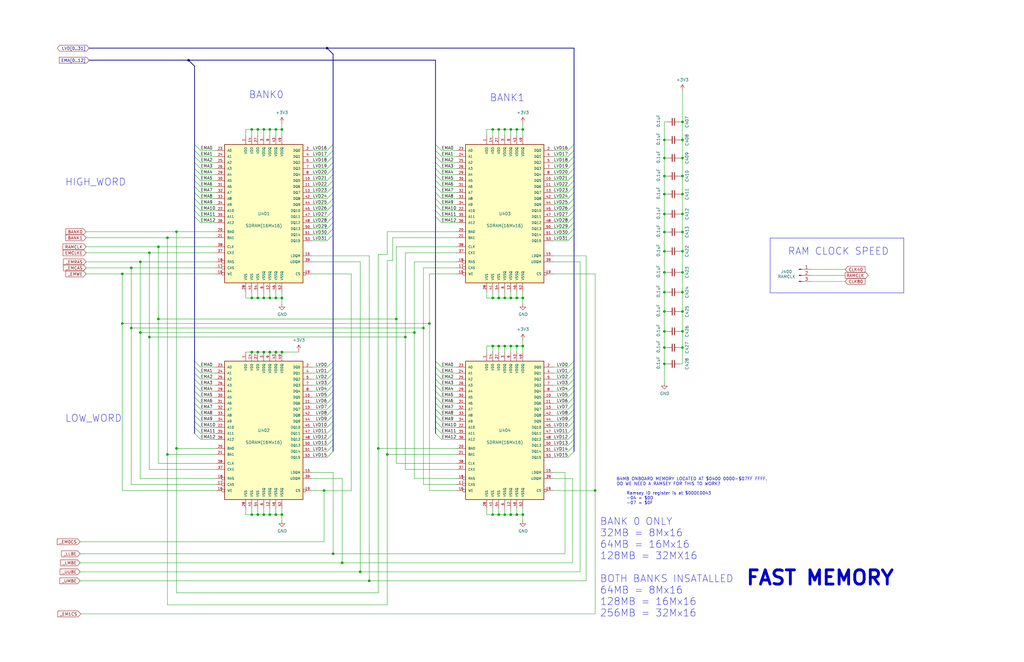
<source format=kicad_sch>
(kicad_sch (version 20231120) (generator "eeschema") (generator_version "8.0")
  (paper "B")
  (title_block (title "AMIGA PCI") (date "2024-04-28") (rev "3.0"))
  (junction (at 280.162 59.055))
  (junction (at 155.702 245.11))
  (junction (at 113.792 217.17))
  (junction (at 210.312 125.73))
  (junction (at 106.172 217.17))
  (junction (at 118.872 148.59))
  (junction (at 287.782 146.685))
  (junction (at 287.782 97.917))
  (junction (at 210.312 54.61))
  (junction (at 217.932 125.73))
  (junction (at 108.712 217.17))
  (junction (at 118.872 217.17))
  (junction (at 167.132 134.62))
  (junction (at 59.182 110.49))
  (junction (at 207.772 217.17))
  (junction (at 280.162 81.915))
  (junction (at 174.752 140.335))
  (junction (at 287.782 66.675))
  (junction (at 207.772 54.61))
  (junction (at 250.952 207.01))
  (junction (at 108.712 125.73))
  (junction (at 108.712 54.61))
  (junction (at 280.162 74.295))
  (junction (at 210.312 217.17))
  (junction (at 106.172 54.61))
  (junction (at 159.512 189.23))
  (junction (at 207.772 146.05))
  (junction (at 215.392 125.73))
  (junction (at 220.472 217.17))
  (junction (at 111.252 125.73))
  (junction (at 118.872 125.73))
  (junction (at 163.322 191.77))
  (junction (at 113.792 125.73))
  (junction (at 111.252 148.59))
  (junction (at 212.852 146.05))
  (junction (at 111.252 54.61))
  (junction (at 116.332 217.17))
  (junction (at 116.332 125.73))
  (junction (at 113.792 148.59))
  (junction (at 181.102 136.525))
  (junction (at 137.922 20.32))
  (junction (at 212.852 125.73))
  (junction (at 220.472 54.61))
  (junction (at 217.932 146.05))
  (junction (at 212.852 217.17))
  (junction (at 144.272 237.49))
  (junction (at 74.422 97.79))
  (junction (at 59.182 140.335))
  (junction (at 287.782 90.297))
  (junction (at 280.162 123.317))
  (junction (at 210.312 146.05))
  (junction (at 287.782 114.935))
  (junction (at 217.932 217.17))
  (junction (at 280.162 106.045))
  (junction (at 287.782 59.055))
  (junction (at 287.782 123.317))
  (junction (at 136.652 207.01))
  (junction (at 140.462 233.68))
  (junction (at 280.162 139.827))
  (junction (at 79.502 25.4))
  (junction (at 287.782 106.045))
  (junction (at 116.332 148.59))
  (junction (at 111.252 217.17))
  (junction (at 287.782 51.435))
  (junction (at 70.612 191.77))
  (junction (at 170.942 142.24))
  (junction (at 113.792 54.61))
  (junction (at 287.782 81.915))
  (junction (at 70.612 100.33))
  (junction (at 280.162 153.543))
  (junction (at 280.162 146.685))
  (junction (at 178.562 138.43))
  (junction (at 280.162 131.445))
  (junction (at 51.562 115.57))
  (junction (at 55.372 113.03))
  (junction (at 151.892 241.3))
  (junction (at 280.162 114.935))
  (junction (at 280.162 90.297))
  (junction (at 220.472 146.05))
  (junction (at 74.422 189.23))
  (junction (at 217.932 54.61))
  (junction (at 62.992 106.68))
  (junction (at 215.392 217.17))
  (junction (at 212.852 54.61))
  (junction (at 51.562 136.525))
  (junction (at 116.332 54.61))
  (junction (at 108.712 148.59))
  (junction (at 287.782 139.827))
  (junction (at 287.782 131.445))
  (junction (at 66.802 134.62))
  (junction (at 118.872 54.61))
  (junction (at 215.392 54.61))
  (junction (at 215.392 146.05))
  (junction (at 106.172 125.73))
  (junction (at 207.772 125.73))
  (junction (at 280.162 66.675))
  (junction (at 55.372 138.43))
  (junction (at 287.782 74.295))
  (junction (at 62.992 142.24))
  (junction (at 280.162 97.917))
  (junction (at 106.172 148.59))
  (junction (at 220.472 125.73))
  (junction (at 66.802 104.14))
  (bus_entry (at 137.922 99.06) (size 2.54 -2.54))
  (bus_entry (at 84.582 175.26) (size -2.54 -2.54))
  (bus_entry (at 186.182 83.82) (size -2.54 -2.54))
  (bus_entry (at 239.522 101.6) (size 2.54 -2.54))
  (bus_entry (at 84.582 160.02) (size -2.54 -2.54))
  (bus_entry (at 84.582 180.34) (size -2.54 -2.54))
  (bus_entry (at 186.182 162.56) (size -2.54 -2.54))
  (bus_entry (at 239.522 190.5) (size 2.54 -2.54))
  (bus_entry (at 137.922 96.52) (size 2.54 -2.54))
  (bus_entry (at 84.582 88.9) (size -2.54 -2.54))
  (bus_entry (at 239.522 185.42) (size 2.54 -2.54))
  (bus_entry (at 186.182 170.18) (size -2.54 -2.54))
  (bus_entry (at 186.182 185.42) (size -2.54 -2.54))
  (bus_entry (at 84.582 185.42) (size -2.54 -2.54))
  (bus_entry (at 137.922 162.56) (size 2.54 -2.54))
  (bus_entry (at 186.182 81.28) (size -2.54 -2.54))
  (bus_entry (at 137.922 193.04) (size 2.54 -2.54))
  (bus_entry (at 84.582 154.94) (size -2.54 -2.54))
  (bus_entry (at 137.922 88.9) (size 2.54 -2.54))
  (bus_entry (at 137.922 66.04) (size 2.54 -2.54))
  (bus_entry (at 84.582 91.44) (size -2.54 -2.54))
  (bus_entry (at 186.182 88.9) (size -2.54 -2.54))
  (bus_entry (at 239.522 66.04) (size 2.54 -2.54))
  (bus_entry (at 137.922 63.5) (size 2.54 -2.54))
  (bus_entry (at 84.582 157.48) (size -2.54 -2.54))
  (bus_entry (at 186.182 78.74) (size -2.54 -2.54))
  (bus_entry (at 239.522 177.8) (size 2.54 -2.54))
  (bus_entry (at 186.182 167.64) (size -2.54 -2.54))
  (bus_entry (at 137.922 165.1) (size 2.54 -2.54))
  (bus_entry (at 186.182 86.36) (size -2.54 -2.54))
  (bus_entry (at 186.182 165.1) (size -2.54 -2.54))
  (bus_entry (at 137.922 71.12) (size 2.54 -2.54))
  (bus_entry (at 239.522 93.98) (size 2.54 -2.54))
  (bus_entry (at 137.922 185.42) (size 2.54 -2.54))
  (bus_entry (at 186.182 157.48) (size -2.54 -2.54))
  (bus_entry (at 84.582 177.8) (size -2.54 -2.54))
  (bus_entry (at 239.522 187.96) (size 2.54 -2.54))
  (bus_entry (at 137.922 76.2) (size 2.54 -2.54))
  (bus_entry (at 84.582 76.2) (size -2.54 -2.54))
  (bus_entry (at 137.922 167.64) (size 2.54 -2.54))
  (bus_entry (at 137.922 83.82) (size 2.54 -2.54))
  (bus_entry (at 186.182 71.12) (size -2.54 -2.54))
  (bus_entry (at 239.522 81.28) (size 2.54 -2.54))
  (bus_entry (at 186.182 172.72) (size -2.54 -2.54))
  (bus_entry (at 239.522 68.58) (size 2.54 -2.54))
  (bus_entry (at 239.522 160.02) (size 2.54 -2.54))
  (bus_entry (at 186.182 66.04) (size -2.54 -2.54))
  (bus_entry (at 239.522 99.06) (size 2.54 -2.54))
  (bus_entry (at 84.582 165.1) (size -2.54 -2.54))
  (bus_entry (at 84.582 172.72) (size -2.54 -2.54))
  (bus_entry (at 84.582 93.98) (size -2.54 -2.54))
  (bus_entry (at 186.182 76.2) (size -2.54 -2.54))
  (bus_entry (at 137.922 187.96) (size 2.54 -2.54))
  (bus_entry (at 137.922 93.98) (size 2.54 -2.54))
  (bus_entry (at 84.582 73.66) (size -2.54 -2.54))
  (bus_entry (at 239.522 157.48) (size 2.54 -2.54))
  (bus_entry (at 239.522 167.64) (size 2.54 -2.54))
  (bus_entry (at 186.182 63.5) (size -2.54 -2.54))
  (bus_entry (at 137.922 160.02) (size 2.54 -2.54))
  (bus_entry (at 186.182 175.26) (size -2.54 -2.54))
  (bus_entry (at 137.922 91.44) (size 2.54 -2.54))
  (bus_entry (at 239.522 76.2) (size 2.54 -2.54))
  (bus_entry (at 186.182 93.98) (size -2.54 -2.54))
  (bus_entry (at 239.522 175.26) (size 2.54 -2.54))
  (bus_entry (at 84.582 162.56) (size -2.54 -2.54))
  (bus_entry (at 239.522 96.52) (size 2.54 -2.54))
  (bus_entry (at 239.522 182.88) (size 2.54 -2.54))
  (bus_entry (at 137.922 172.72) (size 2.54 -2.54))
  (bus_entry (at 186.182 73.66) (size -2.54 -2.54))
  (bus_entry (at 239.522 63.5) (size 2.54 -2.54))
  (bus_entry (at 137.922 73.66) (size 2.54 -2.54))
  (bus_entry (at 84.582 81.28) (size -2.54 -2.54))
  (bus_entry (at 84.582 170.18) (size -2.54 -2.54))
  (bus_entry (at 186.182 68.58) (size -2.54 -2.54))
  (bus_entry (at 137.922 81.28) (size 2.54 -2.54))
  (bus_entry (at 239.522 83.82) (size 2.54 -2.54))
  (bus_entry (at 239.522 154.94) (size 2.54 -2.54))
  (bus_entry (at 239.522 88.9) (size 2.54 -2.54))
  (bus_entry (at 137.922 170.18) (size 2.54 -2.54))
  (bus_entry (at 137.922 154.94) (size 2.54 -2.54))
  (bus_entry (at 239.522 73.66) (size 2.54 -2.54))
  (bus_entry (at 186.182 177.8) (size -2.54 -2.54))
  (bus_entry (at 84.582 63.5) (size -2.54 -2.54))
  (bus_entry (at 239.522 71.12) (size 2.54 -2.54))
  (bus_entry (at 239.522 180.34) (size 2.54 -2.54))
  (bus_entry (at 84.582 71.12) (size -2.54 -2.54))
  (bus_entry (at 137.922 86.36) (size 2.54 -2.54))
  (bus_entry (at 186.182 154.94) (size -2.54 -2.54))
  (bus_entry (at 186.182 182.88) (size -2.54 -2.54))
  (bus_entry (at 84.582 78.74) (size -2.54 -2.54))
  (bus_entry (at 186.182 160.02) (size -2.54 -2.54))
  (bus_entry (at 137.922 180.34) (size 2.54 -2.54))
  (bus_entry (at 137.922 157.48) (size 2.54 -2.54))
  (bus_entry (at 239.522 172.72) (size 2.54 -2.54))
  (bus_entry (at 84.582 86.36) (size -2.54 -2.54))
  (bus_entry (at 186.182 180.34) (size -2.54 -2.54))
  (bus_entry (at 84.582 66.04) (size -2.54 -2.54))
  (bus_entry (at 137.922 78.74) (size 2.54 -2.54))
  (bus_entry (at 84.582 167.64) (size -2.54 -2.54))
  (bus_entry (at 239.522 86.36) (size 2.54 -2.54))
  (bus_entry (at 239.522 165.1) (size 2.54 -2.54))
  (bus_entry (at 137.922 68.58) (size 2.54 -2.54))
  (bus_entry (at 239.522 170.18) (size 2.54 -2.54))
  (bus_entry (at 239.522 193.04) (size 2.54 -2.54))
  (bus_entry (at 137.922 101.6) (size 2.54 -2.54))
  (bus_entry (at 239.522 162.56) (size 2.54 -2.54))
  (bus_entry (at 186.182 91.44) (size -2.54 -2.54))
  (bus_entry (at 239.522 78.74) (size 2.54 -2.54))
  (bus_entry (at 84.582 83.82) (size -2.54 -2.54))
  (bus_entry (at 137.922 175.26) (size 2.54 -2.54))
  (bus_entry (at 137.922 177.8) (size 2.54 -2.54))
  (bus_entry (at 137.922 182.88) (size 2.54 -2.54))
  (bus_entry (at 84.582 68.58) (size -2.54 -2.54))
  (bus_entry (at 84.582 182.88) (size -2.54 -2.54))
  (bus_entry (at 137.922 190.5) (size 2.54 -2.54))
  (bus_entry (at 239.522 91.44) (size 2.54 -2.54))
  (wire (pts (xy 131.572 157.48) (xy 137.922 157.48)))
  (wire (pts (xy 192.532 157.48) (xy 186.182 157.48)))
  (wire (pts (xy 118.872 125.73) (xy 118.872 123.19)))
  (bus (pts (xy 242.062 99.06) (xy 242.062 152.4)))
  (wire (pts (xy 140.462 233.68) (xy 33.782 233.68)))
  (wire (pts (xy 280.162 90.297) (xy 281.432 90.297)))
  (bus (pts (xy 183.642 25.4) (xy 183.642 60.96)))
  (wire (pts (xy 111.252 148.59) (xy 113.792 148.59)))
  (wire (pts (xy 106.172 125.73) (xy 108.712 125.73)))
  (wire (pts (xy 131.572 207.01) (xy 136.652 207.01)))
  (bus (pts (xy 140.462 187.96) (xy 140.462 190.5)))
  (wire (pts (xy 111.252 123.19) (xy 111.252 125.73)))
  (bus (pts (xy 242.062 78.74) (xy 242.062 81.28)))
  (wire (pts (xy 55.372 113.03) (xy 90.932 113.03)))
  (bus (pts (xy 140.462 157.48) (xy 140.462 160.02)))
  (wire (pts (xy 106.172 57.15) (xy 106.172 54.61)))
  (wire (pts (xy 212.852 125.73) (xy 215.392 125.73)))
  (bus (pts (xy 183.642 88.9) (xy 183.642 91.44)))
  (wire (pts (xy 90.932 162.56) (xy 84.582 162.56)))
  (wire (pts (xy 287.782 146.685) (xy 287.782 153.543)))
  (wire (pts (xy 280.162 59.055) (xy 281.432 59.055)))
  (wire (pts (xy 233.172 182.88) (xy 239.522 182.88)))
  (wire (pts (xy 233.172 157.48) (xy 239.522 157.48)))
  (wire (pts (xy 220.472 57.15) (xy 220.472 54.61)))
  (bus (pts (xy 140.462 22.86) (xy 140.462 60.96)))
  (wire (pts (xy 215.392 54.61) (xy 217.932 54.61)))
  (wire (pts (xy 131.572 201.93) (xy 144.272 201.93)))
  (wire (pts (xy 108.712 217.17) (xy 111.252 217.17)))
  (bus (pts (xy 183.642 71.12) (xy 183.642 73.66)))
  (bus (pts (xy 183.642 165.1) (xy 183.642 167.64)))
  (wire (pts (xy 155.702 107.95) (xy 155.702 245.11)))
  (wire (pts (xy 167.132 134.62) (xy 167.132 195.58)))
  (bus (pts (xy 140.462 93.98) (xy 140.462 96.52)))
  (wire (pts (xy 280.162 81.915) (xy 281.432 81.915)))
  (wire (pts (xy 280.162 81.915) (xy 280.162 90.297)))
  (wire (pts (xy 90.932 68.58) (xy 84.582 68.58)))
  (wire (pts (xy 108.712 148.59) (xy 111.252 148.59)))
  (wire (pts (xy 90.932 66.04) (xy 84.582 66.04)))
  (wire (pts (xy 163.322 107.442) (xy 159.512 107.442)))
  (wire (pts (xy 233.172 154.94) (xy 239.522 154.94)))
  (bus (pts (xy 242.062 185.42) (xy 242.062 187.96)))
  (wire (pts (xy 207.772 217.17) (xy 210.312 217.17)))
  (wire (pts (xy 170.942 106.68) (xy 170.942 142.24)))
  (wire (pts (xy 210.312 123.19) (xy 210.312 125.73)))
  (wire (pts (xy 131.572 172.72) (xy 137.922 172.72)))
  (wire (pts (xy 217.932 57.15) (xy 217.932 54.61)))
  (wire (pts (xy 207.772 123.19) (xy 207.772 125.73)))
  (bus (pts (xy 140.462 154.94) (xy 140.462 157.48)))
  (bus (pts (xy 242.062 180.34) (xy 242.062 182.88)))
  (wire (pts (xy 280.162 114.935) (xy 280.162 123.317)))
  (wire (pts (xy 59.182 140.335) (xy 174.752 140.335)))
  (wire (pts (xy 163.322 191.77) (xy 163.322 255.27)))
  (wire (pts (xy 192.532 73.66) (xy 186.182 73.66)))
  (wire (pts (xy 287.782 114.935) (xy 287.782 123.317)))
  (wire (pts (xy 233.172 96.52) (xy 239.522 96.52)))
  (wire (pts (xy 233.172 193.04) (xy 239.522 193.04)))
  (wire (pts (xy 286.512 123.317) (xy 287.782 123.317)))
  (wire (pts (xy 286.512 114.935) (xy 287.782 114.935)))
  (bus (pts (xy 183.642 170.18) (xy 183.642 172.72)))
  (wire (pts (xy 167.132 195.58) (xy 192.532 195.58)))
  (bus (pts (xy 242.062 177.8) (xy 242.062 180.34)))
  (bus (pts (xy 82.042 165.1) (xy 82.042 167.64)))
  (wire (pts (xy 66.802 195.58) (xy 66.802 134.62)))
  (bus (pts (xy 242.062 157.48) (xy 242.062 160.02)))
  (wire (pts (xy 51.562 115.57) (xy 36.322 115.57)))
  (wire (pts (xy 118.872 57.15) (xy 118.872 54.61)))
  (wire (pts (xy 287.782 51.435) (xy 287.782 59.055)))
  (wire (pts (xy 192.532 170.18) (xy 186.182 170.18)))
  (wire (pts (xy 286.512 131.445) (xy 287.782 131.445)))
  (wire (pts (xy 59.182 201.93) (xy 59.182 140.335)))
  (wire (pts (xy 131.572 107.95) (xy 155.702 107.95)))
  (wire (pts (xy 192.532 162.56) (xy 186.182 162.56)))
  (wire (pts (xy 90.932 63.5) (xy 84.582 63.5)))
  (wire (pts (xy 192.532 93.98) (xy 186.182 93.98)))
  (wire (pts (xy 205.232 123.19) (xy 205.232 125.73)))
  (bus (pts (xy 82.042 88.9) (xy 82.042 91.44)))
  (bus (pts (xy 183.642 180.34) (xy 183.642 182.88)))
  (wire (pts (xy 286.512 139.827) (xy 287.782 139.827)))
  (wire (pts (xy 233.172 185.42) (xy 239.522 185.42)))
  (wire (pts (xy 113.792 148.59) (xy 116.332 148.59)))
  (wire (pts (xy 215.392 123.19) (xy 215.392 125.73)))
  (wire (pts (xy 286.512 97.917) (xy 287.782 97.917)))
  (wire (pts (xy 192.532 204.47) (xy 178.562 204.47)))
  (wire (pts (xy 181.102 136.525) (xy 51.562 136.525)))
  (wire (pts (xy 131.572 99.06) (xy 137.922 99.06)))
  (wire (pts (xy 125.984 148.59) (xy 125.984 148.082)))
  (wire (pts (xy 217.932 54.61) (xy 220.472 54.61)))
  (wire (pts (xy 215.392 217.17) (xy 217.932 217.17)))
  (bus (pts (xy 242.062 20.32) (xy 242.062 60.96)))
  (wire (pts (xy 233.172 81.28) (xy 239.522 81.28)))
  (wire (pts (xy 342.011 118.745) (xy 356.362 118.745)))
  (bus (pts (xy 140.462 167.64) (xy 140.462 170.18)))
  (wire (pts (xy 280.162 97.917) (xy 281.432 97.917)))
  (wire (pts (xy 233.172 91.44) (xy 239.522 91.44)))
  (bus (pts (xy 242.062 182.88) (xy 242.062 185.42)))
  (bus (pts (xy 140.462 22.86) (xy 137.922 20.32)))
  (wire (pts (xy 90.932 91.44) (xy 84.582 91.44)))
  (wire (pts (xy 131.572 182.88) (xy 137.922 182.88)))
  (bus (pts (xy 183.642 167.64) (xy 183.642 170.18)))
  (wire (pts (xy 151.892 241.3) (xy 33.782 241.3)))
  (bus (pts (xy 183.642 63.5) (xy 183.642 66.04)))
  (wire (pts (xy 210.312 57.15) (xy 210.312 54.61)))
  (wire (pts (xy 280.162 114.935) (xy 281.432 114.935)))
  (wire (pts (xy 90.932 73.66) (xy 84.582 73.66)))
  (bus (pts (xy 140.462 162.56) (xy 140.462 165.1)))
  (bus (pts (xy 82.042 167.64) (xy 82.042 170.18)))
  (wire (pts (xy 131.572 66.04) (xy 137.922 66.04)))
  (wire (pts (xy 103.632 125.73) (xy 106.172 125.73)))
  (wire (pts (xy 62.992 142.24) (xy 170.942 142.24)))
  (wire (pts (xy 106.172 148.59) (xy 108.712 148.59)))
  (wire (pts (xy 118.872 148.59) (xy 125.984 148.59)))
  (wire (pts (xy 178.562 113.03) (xy 178.562 138.43)))
  (wire (pts (xy 212.852 146.05) (xy 215.392 146.05)))
  (bus (pts (xy 82.042 177.8) (xy 82.042 180.34)))
  (wire (pts (xy 131.572 78.74) (xy 137.922 78.74)))
  (bus (pts (xy 140.462 88.9) (xy 140.462 91.44)))
  (bus (pts (xy 140.462 73.66) (xy 140.462 76.2)))
  (wire (pts (xy 220.472 217.17) (xy 220.472 219.71)))
  (wire (pts (xy 280.162 123.317) (xy 280.162 131.445)))
  (wire (pts (xy 106.172 54.61) (xy 108.712 54.61)))
  (wire (pts (xy 192.532 201.93) (xy 174.752 201.93)))
  (wire (pts (xy 116.332 57.15) (xy 116.332 54.61)))
  (wire (pts (xy 280.162 74.295) (xy 280.162 81.915)))
  (wire (pts (xy 90.932 182.88) (xy 84.582 182.88)))
  (wire (pts (xy 233.172 76.2) (xy 239.522 76.2)))
  (wire (pts (xy 233.172 99.06) (xy 239.522 99.06)))
  (bus (pts (xy 242.062 160.02) (xy 242.062 162.56)))
  (wire (pts (xy 131.572 81.28) (xy 137.922 81.28)))
  (bus (pts (xy 242.062 170.18) (xy 242.062 172.72)))
  (wire (pts (xy 90.932 172.72) (xy 84.582 172.72)))
  (bus (pts (xy 140.462 180.34) (xy 140.462 182.88)))
  (wire (pts (xy 108.712 123.19) (xy 108.712 125.73)))
  (wire (pts (xy 205.232 146.05) (xy 207.772 146.05)))
  (wire (pts (xy 287.782 139.827) (xy 287.782 146.685)))
  (wire (pts (xy 51.562 136.525) (xy 51.562 207.01)))
  (bus (pts (xy 140.462 78.74) (xy 140.462 81.28)))
  (wire (pts (xy 103.632 214.63) (xy 103.632 217.17)))
  (wire (pts (xy 210.312 54.61) (xy 212.852 54.61)))
  (wire (pts (xy 192.532 165.1) (xy 186.182 165.1)))
  (wire (pts (xy 163.322 97.79) (xy 163.322 107.442)))
  (wire (pts (xy 167.132 104.14) (xy 167.132 134.62)))
  (wire (pts (xy 286.512 106.045) (xy 287.782 106.045)))
  (wire (pts (xy 220.472 148.59) (xy 220.472 146.05)))
  (bus (pts (xy 82.042 172.72) (xy 82.042 175.26)))
  (bus (pts (xy 82.042 66.04) (xy 82.042 68.58)))
  (wire (pts (xy 192.532 191.77) (xy 163.322 191.77)))
  (wire (pts (xy 90.932 100.33) (xy 70.612 100.33)))
  (wire (pts (xy 215.392 125.73) (xy 217.932 125.73)))
  (wire (pts (xy 192.532 104.14) (xy 167.132 104.14)))
  (wire (pts (xy 192.532 189.23) (xy 159.512 189.23)))
  (wire (pts (xy 233.172 63.5) (xy 239.522 63.5)))
  (wire (pts (xy 210.312 217.17) (xy 212.852 217.17)))
  (bus (pts (xy 140.462 86.36) (xy 140.462 88.9)))
  (wire (pts (xy 131.572 83.82) (xy 137.922 83.82)))
  (wire (pts (xy 111.252 57.15) (xy 111.252 54.61)))
  (wire (pts (xy 90.932 88.9) (xy 84.582 88.9)))
  (wire (pts (xy 131.572 185.42) (xy 137.922 185.42)))
  (wire (pts (xy 90.932 93.98) (xy 84.582 93.98)))
  (bus (pts (xy 82.042 81.28) (xy 82.042 83.82)))
  (wire (pts (xy 90.932 198.12) (xy 62.992 198.12)))
  (wire (pts (xy 70.612 191.77) (xy 70.612 100.33)))
  (wire (pts (xy 233.172 177.8) (xy 239.522 177.8)))
  (bus (pts (xy 82.042 68.58) (xy 82.042 71.12)))
  (wire (pts (xy 233.172 83.82) (xy 239.522 83.82)))
  (bus (pts (xy 242.062 93.98) (xy 242.062 96.52)))
  (bus (pts (xy 183.642 73.66) (xy 183.642 76.2)))
  (bus (pts (xy 140.462 170.18) (xy 140.462 172.72)))
  (wire (pts (xy 131.572 180.34) (xy 137.922 180.34)))
  (wire (pts (xy 280.162 74.295) (xy 281.432 74.295)))
  (wire (pts (xy 74.422 189.23) (xy 74.422 250.19)))
  (wire (pts (xy 212.852 217.17) (xy 215.392 217.17)))
  (wire (pts (xy 192.532 71.12) (xy 186.182 71.12)))
  (wire (pts (xy 286.512 74.295) (xy 287.782 74.295)))
  (wire (pts (xy 233.172 110.49) (xy 244.602 110.49)))
  (wire (pts (xy 207.772 54.61) (xy 210.312 54.61)))
  (wire (pts (xy 207.772 148.59) (xy 207.772 146.05)))
  (wire (pts (xy 215.392 214.63) (xy 215.392 217.17)))
  (wire (pts (xy 90.932 207.01) (xy 51.562 207.01)))
  (bus (pts (xy 82.042 154.94) (xy 82.042 157.48)))
  (wire (pts (xy 90.932 86.36) (xy 84.582 86.36)))
  (wire (pts (xy 116.332 54.61) (xy 118.872 54.61)))
  (wire (pts (xy 192.532 167.64) (xy 186.182 167.64)))
  (bus (pts (xy 82.042 27.94) (xy 79.502 25.4)))
  (wire (pts (xy 280.162 106.045) (xy 281.432 106.045)))
  (wire (pts (xy 113.792 214.63) (xy 113.792 217.17)))
  (wire (pts (xy 90.932 71.12) (xy 84.582 71.12)))
  (wire (pts (xy 233.172 162.56) (xy 239.522 162.56)))
  (wire (pts (xy 280.162 153.543) (xy 281.432 153.543)))
  (wire (pts (xy 233.172 78.74) (xy 239.522 78.74)))
  (wire (pts (xy 233.172 175.26) (xy 239.522 175.26)))
  (wire (pts (xy 192.532 68.58) (xy 186.182 68.58)))
  (wire (pts (xy 280.162 123.317) (xy 281.432 123.317)))
  (wire (pts (xy 212.852 54.61) (xy 215.392 54.61)))
  (wire (pts (xy 286.512 59.055) (xy 287.782 59.055)))
  (wire (pts (xy 181.102 136.525) (xy 181.102 207.01)))
  (wire (pts (xy 131.572 154.94) (xy 137.922 154.94)))
  (wire (pts (xy 51.562 115.57) (xy 51.562 136.525)))
  (wire (pts (xy 59.182 110.49) (xy 36.322 110.49)))
  (wire (pts (xy 106.172 217.17) (xy 108.712 217.17)))
  (bus (pts (xy 183.642 83.82) (xy 183.642 86.36)))
  (wire (pts (xy 241.427 237.49) (xy 241.427 201.93)))
  (wire (pts (xy 286.512 153.543) (xy 287.782 153.543)))
  (wire (pts (xy 131.572 73.66) (xy 137.922 73.66)))
  (wire (pts (xy 103.632 54.61) (xy 106.172 54.61)))
  (wire (pts (xy 111.252 214.63) (xy 111.252 217.17)))
  (bus (pts (xy 183.642 162.56) (xy 183.642 165.1)))
  (wire (pts (xy 36.322 113.03) (xy 55.372 113.03)))
  (wire (pts (xy 131.572 110.49) (xy 151.892 110.49)))
  (wire (pts (xy 233.172 167.64) (xy 239.522 167.64)))
  (wire (pts (xy 90.932 83.82) (xy 84.582 83.82)))
  (wire (pts (xy 90.932 160.02) (xy 84.582 160.02)))
  (bus (pts (xy 242.062 175.26) (xy 242.062 177.8)))
  (wire (pts (xy 108.712 214.63) (xy 108.712 217.17)))
  (wire (pts (xy 136.652 207.01) (xy 148.082 207.01)))
  (wire (pts (xy 280.162 153.543) (xy 280.162 146.685)))
  (wire (pts (xy 131.572 68.58) (xy 137.922 68.58)))
  (bus (pts (xy 140.462 66.04) (xy 140.462 68.58)))
  (wire (pts (xy 238.252 199.39) (xy 238.252 233.68)))
  (wire (pts (xy 217.932 148.59) (xy 217.932 146.05)))
  (bus (pts (xy 242.062 76.2) (xy 242.062 78.74)))
  (wire (pts (xy 131.572 170.18) (xy 137.922 170.18)))
  (wire (pts (xy 192.532 81.28) (xy 186.182 81.28)))
  (wire (pts (xy 192.532 76.2) (xy 186.182 76.2)))
  (wire (pts (xy 70.612 100.33) (xy 36.322 100.33)))
  (wire (pts (xy 90.932 170.18) (xy 84.582 170.18)))
  (wire (pts (xy 280.162 90.297) (xy 280.162 97.917)))
  (wire (pts (xy 287.782 106.045) (xy 287.782 114.935)))
  (bus (pts (xy 183.642 160.02) (xy 183.642 162.56)))
  (wire (pts (xy 90.932 195.58) (xy 66.802 195.58)))
  (bus (pts (xy 82.042 78.74) (xy 82.042 81.28)))
  (wire (pts (xy 192.532 180.34) (xy 186.182 180.34)))
  (wire (pts (xy 192.532 154.94) (xy 186.182 154.94)))
  (wire (pts (xy 113.792 217.17) (xy 116.332 217.17)))
  (wire (pts (xy 192.532 177.8) (xy 186.182 177.8)))
  (wire (pts (xy 192.532 172.72) (xy 186.182 172.72)))
  (bus (pts (xy 140.462 172.72) (xy 140.462 175.26)))
  (wire (pts (xy 210.312 148.59) (xy 210.312 146.05)))
  (bus (pts (xy 82.042 71.12) (xy 82.042 73.66)))
  (wire (pts (xy 233.172 66.04) (xy 239.522 66.04)))
  (wire (pts (xy 90.932 180.34) (xy 84.582 180.34)))
  (wire (pts (xy 212.852 123.19) (xy 212.852 125.73)))
  (bus (pts (xy 242.062 86.36) (xy 242.062 88.9)))
  (wire (pts (xy 131.572 190.5) (xy 137.922 190.5)))
  (wire (pts (xy 217.932 125.73) (xy 220.472 125.73)))
  (wire (pts (xy 217.932 123.19) (xy 217.932 125.73)))
  (wire (pts (xy 90.932 76.2) (xy 84.582 76.2)))
  (bus (pts (xy 242.062 71.12) (xy 242.062 73.66)))
  (wire (pts (xy 111.252 54.61) (xy 113.792 54.61)))
  (wire (pts (xy 192.532 63.5) (xy 186.182 63.5)))
  (bus (pts (xy 137.922 20.32) (xy 242.062 20.32)))
  (bus (pts (xy 82.042 170.18) (xy 82.042 172.72)))
  (wire (pts (xy 205.232 57.15) (xy 205.232 54.61)))
  (wire (pts (xy 55.372 204.47) (xy 55.372 138.43)))
  (bus (pts (xy 140.462 81.28) (xy 140.462 83.82)))
  (wire (pts (xy 131.572 71.12) (xy 137.922 71.12)))
  (wire (pts (xy 210.312 214.63) (xy 210.312 217.17)))
  (wire (pts (xy 181.102 115.57) (xy 181.102 136.525)))
  (wire (pts (xy 192.532 175.26) (xy 186.182 175.26)))
  (wire (pts (xy 131.572 91.44) (xy 137.922 91.44)))
  (wire (pts (xy 280.162 139.827) (xy 281.432 139.827)))
  (wire (pts (xy 207.772 146.05) (xy 210.312 146.05)))
  (bus (pts (xy 183.642 66.04) (xy 183.642 68.58)))
  (wire (pts (xy 280.162 51.435) (xy 281.432 51.435)))
  (wire (pts (xy 215.392 57.15) (xy 215.392 54.61)))
  (wire (pts (xy 178.562 138.43) (xy 178.562 204.47)))
  (wire (pts (xy 90.932 97.79) (xy 74.422 97.79)))
  (wire (pts (xy 342.011 116.205) (xy 356.362 116.205)))
  (wire (pts (xy 233.172 190.5) (xy 239.522 190.5)))
  (wire (pts (xy 287.782 66.675) (xy 287.782 74.295)))
  (wire (pts (xy 131.572 93.98) (xy 137.922 93.98)))
  (wire (pts (xy 210.312 125.73) (xy 212.852 125.73)))
  (wire (pts (xy 280.162 66.675) (xy 280.162 74.295)))
  (wire (pts (xy 90.932 167.64) (xy 84.582 167.64)))
  (bus (pts (xy 140.462 91.44) (xy 140.462 93.98)))
  (wire (pts (xy 113.792 125.73) (xy 116.332 125.73)))
  (bus (pts (xy 242.062 96.52) (xy 242.062 99.06)))
  (wire (pts (xy 247.142 245.11) (xy 247.142 107.95)))
  (wire (pts (xy 70.612 191.77) (xy 70.612 255.27)))
  (wire (pts (xy 233.172 201.93) (xy 241.427 201.93)))
  (bus (pts (xy 242.062 152.4) (xy 242.062 154.94)))
  (bus (pts (xy 183.642 157.48) (xy 183.642 160.02)))
  (wire (pts (xy 131.572 96.52) (xy 137.922 96.52)))
  (bus (pts (xy 140.462 160.02) (xy 140.462 162.56)))
  (bus (pts (xy 242.062 162.56) (xy 242.062 165.1)))
  (wire (pts (xy 155.702 245.11) (xy 33.782 245.11)))
  (wire (pts (xy 207.772 214.63) (xy 207.772 217.17)))
  (wire (pts (xy 280.162 131.445) (xy 280.162 139.827)))
  (wire (pts (xy 217.932 217.17) (xy 220.472 217.17)))
  (wire (pts (xy 192.532 78.74) (xy 186.182 78.74)))
  (bus (pts (xy 140.462 76.2) (xy 140.462 78.74)))
  (wire (pts (xy 170.942 142.24) (xy 170.942 198.12)))
  (bus (pts (xy 82.042 91.44) (xy 82.042 152.4)))
  (wire (pts (xy 165.608 100.33) (xy 165.608 109.982)))
  (bus (pts (xy 242.062 83.82) (xy 242.062 86.36)))
  (wire (pts (xy 280.162 139.827) (xy 280.162 146.685)))
  (wire (pts (xy 233.172 73.66) (xy 239.522 73.66)))
  (wire (pts (xy 116.332 217.17) (xy 118.872 217.17)))
  (wire (pts (xy 90.932 201.93) (xy 59.182 201.93)))
  (wire (pts (xy 118.872 125.73) (xy 118.872 128.27)))
  (wire (pts (xy 280.162 59.055) (xy 280.162 66.675)))
  (wire (pts (xy 90.932 157.48) (xy 84.582 157.48)))
  (bus (pts (xy 183.642 175.26) (xy 183.642 177.8)))
  (wire (pts (xy 192.532 198.12) (xy 170.942 198.12)))
  (bus (pts (xy 242.062 91.44) (xy 242.062 93.98)))
  (wire (pts (xy 136.652 228.6) (xy 33.782 228.6)))
  (bus (pts (xy 82.042 63.5) (xy 82.042 66.04)))
  (wire (pts (xy 192.532 66.04) (xy 186.182 66.04)))
  (wire (pts (xy 192.532 91.44) (xy 186.182 91.44)))
  (wire (pts (xy 287.782 97.917) (xy 287.782 106.045)))
  (bus (pts (xy 82.042 160.02) (xy 82.042 162.56)))
  (wire (pts (xy 250.952 207.01) (xy 250.952 259.08)))
  (bus (pts (xy 242.062 154.94) (xy 242.062 157.48)))
  (bus (pts (xy 183.642 86.36) (xy 183.642 88.9)))
  (wire (pts (xy 205.232 125.73) (xy 207.772 125.73)))
  (wire (pts (xy 116.332 148.59) (xy 118.872 148.59)))
  (wire (pts (xy 90.932 104.14) (xy 66.802 104.14)))
  (wire (pts (xy 220.472 146.05) (xy 220.472 143.51)))
  (bus (pts (xy 82.042 157.48) (xy 82.042 160.02)))
  (wire (pts (xy 244.602 241.3) (xy 244.602 110.49)))
  (wire (pts (xy 66.802 104.14) (xy 36.322 104.14)))
  (wire (pts (xy 174.752 110.49) (xy 174.752 140.335)))
  (bus (pts (xy 242.062 88.9) (xy 242.062 91.44)))
  (wire (pts (xy 74.422 97.79) (xy 36.322 97.79)))
  (wire (pts (xy 163.322 97.79) (xy 192.532 97.79)))
  (wire (pts (xy 34.036 259.08) (xy 250.952 259.08)))
  (bus (pts (xy 140.462 165.1) (xy 140.462 167.64)))
  (wire (pts (xy 192.532 83.82) (xy 186.182 83.82)))
  (wire (pts (xy 212.852 57.15) (xy 212.852 54.61)))
  (bus (pts (xy 242.062 73.66) (xy 242.062 76.2)))
  (wire (pts (xy 205.232 54.61) (xy 207.772 54.61)))
  (wire (pts (xy 192.532 207.01) (xy 181.102 207.01)))
  (wire (pts (xy 280.162 131.445) (xy 281.432 131.445)))
  (wire (pts (xy 233.172 187.96) (xy 239.522 187.96)))
  (wire (pts (xy 233.172 107.95) (xy 247.142 107.95)))
  (wire (pts (xy 287.782 131.445) (xy 287.782 139.827)))
  (bus (pts (xy 82.042 27.94) (xy 82.042 60.96)))
  (wire (pts (xy 286.512 146.685) (xy 287.782 146.685)))
  (wire (pts (xy 103.632 57.15) (xy 103.632 54.61)))
  (wire (pts (xy 113.792 123.19) (xy 113.792 125.73)))
  (bus (pts (xy 79.502 25.4) (xy 183.642 25.4)))
  (wire (pts (xy 233.172 180.34) (xy 239.522 180.34)))
  (wire (pts (xy 192.532 88.9) (xy 186.182 88.9)))
  (wire (pts (xy 286.512 51.435) (xy 287.782 51.435)))
  (wire (pts (xy 148.082 207.01) (xy 148.082 115.57)))
  (bus (pts (xy 242.062 66.04) (xy 242.062 68.58)))
  (wire (pts (xy 90.932 81.28) (xy 84.582 81.28)))
  (wire (pts (xy 280.162 51.435) (xy 280.162 59.055)))
  (wire (pts (xy 131.572 101.6) (xy 137.922 101.6)))
  (wire (pts (xy 192.532 160.02) (xy 186.182 160.02)))
  (wire (pts (xy 90.932 115.57) (xy 51.562 115.57)))
  (bus (pts (xy 183.642 91.44) (xy 183.642 152.4)))
  (wire (pts (xy 116.332 214.63) (xy 116.332 217.17)))
  (bus (pts (xy 140.462 71.12) (xy 140.462 73.66)))
  (wire (pts (xy 207.772 57.15) (xy 207.772 54.61)))
  (bus (pts (xy 37.592 25.4) (xy 79.502 25.4)))
  (wire (pts (xy 233.172 101.6) (xy 239.522 101.6)))
  (wire (pts (xy 62.992 106.68) (xy 36.322 106.68)))
  (wire (pts (xy 159.512 250.19) (xy 74.422 250.19)))
  (wire (pts (xy 151.892 110.49) (xy 151.892 241.3)))
  (bus (pts (xy 183.642 154.94) (xy 183.642 157.48)))
  (wire (pts (xy 90.932 154.94) (xy 84.582 154.94)))
  (wire (pts (xy 212.852 214.63) (xy 212.852 217.17)))
  (bus (pts (xy 140.462 185.42) (xy 140.462 187.96)))
  (wire (pts (xy 220.472 125.73) (xy 220.472 128.27)))
  (wire (pts (xy 131.572 167.64) (xy 137.922 167.64)))
  (wire (pts (xy 280.162 97.917) (xy 280.162 106.045)))
  (wire (pts (xy 233.172 172.72) (xy 239.522 172.72)))
  (wire (pts (xy 62.992 142.24) (xy 62.992 106.68)))
  (wire (pts (xy 136.652 207.01) (xy 136.652 228.6)))
  (bus (pts (xy 242.062 167.64) (xy 242.062 170.18)))
  (wire (pts (xy 220.472 217.17) (xy 220.472 214.63)))
  (bus (pts (xy 82.042 76.2) (xy 82.042 78.74)))
  (wire (pts (xy 287.782 90.297) (xy 287.782 97.917)))
  (wire (pts (xy 90.932 185.42) (xy 84.582 185.42)))
  (wire (pts (xy 215.392 148.59) (xy 215.392 146.05)))
  (wire (pts (xy 192.532 86.36) (xy 186.182 86.36)))
  (wire (pts (xy 90.932 175.26) (xy 84.582 175.26)))
  (bus (pts (xy 82.042 86.36) (xy 82.042 88.9)))
  (bus (pts (xy 82.042 180.34) (xy 82.042 182.88)))
  (wire (pts (xy 210.312 146.05) (xy 212.852 146.05)))
  (wire (pts (xy 118.872 54.61) (xy 118.872 52.07)))
  (wire (pts (xy 55.372 138.43) (xy 178.562 138.43)))
  (bus (pts (xy 183.642 68.58) (xy 183.642 71.12)))
  (wire (pts (xy 90.932 177.8) (xy 84.582 177.8)))
  (bus (pts (xy 242.062 63.5) (xy 242.062 66.04)))
  (wire (pts (xy 233.172 165.1) (xy 239.522 165.1)))
  (wire (pts (xy 116.332 123.19) (xy 116.332 125.73)))
  (wire (pts (xy 233.172 93.98) (xy 239.522 93.98)))
  (bus (pts (xy 82.042 152.4) (xy 82.042 154.94)))
  (bus (pts (xy 140.462 60.96) (xy 140.462 63.5)))
  (wire (pts (xy 287.782 38.227) (xy 287.782 51.435)))
  (bus (pts (xy 242.062 60.96) (xy 242.062 63.5)))
  (wire (pts (xy 62.992 198.12) (xy 62.992 142.24)))
  (bus (pts (xy 140.462 182.88) (xy 140.462 185.42)))
  (wire (pts (xy 192.532 115.57) (xy 181.102 115.57)))
  (wire (pts (xy 90.932 78.74) (xy 84.582 78.74)))
  (wire (pts (xy 217.932 146.05) (xy 220.472 146.05)))
  (bus (pts (xy 82.042 162.56) (xy 82.042 165.1)))
  (wire (pts (xy 192.532 113.03) (xy 178.562 113.03)))
  (wire (pts (xy 108.712 57.15) (xy 108.712 54.61)))
  (bus (pts (xy 140.462 175.26) (xy 140.462 177.8)))
  (wire (pts (xy 286.512 90.297) (xy 287.782 90.297)))
  (wire (pts (xy 205.232 217.17) (xy 207.772 217.17)))
  (bus (pts (xy 242.062 68.58) (xy 242.062 71.12)))
  (wire (pts (xy 55.372 138.43) (xy 55.372 113.03)))
  (wire (pts (xy 159.512 189.23) (xy 159.512 250.19)))
  (wire (pts (xy 233.172 115.57) (xy 250.952 115.57)))
  (wire (pts (xy 111.252 217.17) (xy 113.792 217.17)))
  (bus (pts (xy 183.642 60.96) (xy 183.642 63.5)))
  (wire (pts (xy 131.572 175.26) (xy 137.922 175.26)))
  (wire (pts (xy 131.572 177.8) (xy 137.922 177.8)))
  (bus (pts (xy 140.462 63.5) (xy 140.462 66.04)))
  (wire (pts (xy 108.712 125.73) (xy 111.252 125.73)))
  (bus (pts (xy 82.042 175.26) (xy 82.042 177.8)))
  (wire (pts (xy 131.572 86.36) (xy 137.922 86.36)))
  (bus (pts (xy 242.062 165.1) (xy 242.062 167.64)))
  (bus (pts (xy 242.062 187.96) (xy 242.062 190.5)))
  (wire (pts (xy 131.572 187.96) (xy 137.922 187.96)))
  (wire (pts (xy 233.172 160.02) (xy 239.522 160.02)))
  (wire (pts (xy 140.462 199.39) (xy 140.462 233.68)))
  (wire (pts (xy 131.572 199.39) (xy 140.462 199.39)))
  (wire (pts (xy 90.932 189.23) (xy 74.422 189.23)))
  (wire (pts (xy 103.632 217.17) (xy 106.172 217.17)))
  (wire (pts (xy 220.472 54.61) (xy 220.472 52.07)))
  (wire (pts (xy 233.172 170.18) (xy 239.522 170.18)))
  (bus (pts (xy 140.462 68.58) (xy 140.462 71.12)))
  (wire (pts (xy 165.608 109.982) (xy 163.322 109.982)))
  (wire (pts (xy 192.532 185.42) (xy 186.182 185.42)))
  (wire (pts (xy 59.182 140.335) (xy 59.182 110.49)))
  (bus (pts (xy 242.062 172.72) (xy 242.062 175.26)))
  (wire (pts (xy 108.712 54.61) (xy 111.252 54.61)))
  (wire (pts (xy 74.422 189.23) (xy 74.422 97.79)))
  (wire (pts (xy 103.632 123.19) (xy 103.632 125.73)))
  (bus (pts (xy 140.462 99.06) (xy 140.462 152.4)))
  (wire (pts (xy 215.392 146.05) (xy 217.932 146.05)))
  (wire (pts (xy 144.272 237.49) (xy 33.782 237.49)))
  (wire (pts (xy 233.172 71.12) (xy 239.522 71.12)))
  (wire (pts (xy 287.782 59.055) (xy 287.782 66.675)))
  (wire (pts (xy 144.272 237.49) (xy 241.427 237.49)))
  (wire (pts (xy 66.802 134.62) (xy 66.802 104.14)))
  (wire (pts (xy 287.782 123.317) (xy 287.782 131.445)))
  (wire (pts (xy 250.952 115.57) (xy 250.952 207.01)))
  (bus (pts (xy 183.642 172.72) (xy 183.642 175.26)))
  (wire (pts (xy 131.572 162.56) (xy 137.922 162.56)))
  (wire (pts (xy 205.232 214.63) (xy 205.232 217.17)))
  (wire (pts (xy 233.172 207.01) (xy 250.952 207.01)))
  (wire (pts (xy 70.612 255.27) (xy 163.322 255.27)))
  (wire (pts (xy 113.792 57.15) (xy 113.792 54.61)))
  (wire (pts (xy 280.162 146.685) (xy 281.432 146.685)))
  (bus (pts (xy 140.462 177.8) (xy 140.462 180.34)))
  (wire (pts (xy 212.852 148.59) (xy 212.852 146.05)))
  (wire (pts (xy 155.702 245.11) (xy 247.142 245.11)))
  (wire (pts (xy 151.892 241.3) (xy 244.602 241.3)))
  (wire (pts (xy 118.872 217.17) (xy 118.872 219.71)))
  (bus (pts (xy 140.462 152.4) (xy 140.462 154.94)))
  (wire (pts (xy 280.162 66.675) (xy 281.432 66.675)))
  (wire (pts (xy 220.472 125.73) (xy 220.472 123.19)))
  (wire (pts (xy 174.752 140.335) (xy 174.752 201.93)))
  (wire (pts (xy 287.782 74.295) (xy 287.782 81.915)))
  (wire (pts (xy 233.172 199.39) (xy 238.252 199.39)))
  (bus (pts (xy 37.592 20.32) (xy 137.922 20.32)))
  (wire (pts (xy 131.572 63.5) (xy 137.922 63.5)))
  (wire (pts (xy 192.532 106.68) (xy 170.942 106.68)))
  (bus (pts (xy 183.642 78.74) (xy 183.642 81.28)))
  (bus (pts (xy 183.642 152.4) (xy 183.642 154.94)))
  (bus (pts (xy 183.642 177.8) (xy 183.642 180.34)))
  (wire (pts (xy 192.532 110.49) (xy 174.752 110.49)))
  (wire (pts (xy 116.332 125.73) (xy 118.872 125.73)))
  (bus (pts (xy 140.462 83.82) (xy 140.462 86.36)))
  (wire (pts (xy 286.512 81.915) (xy 287.782 81.915)))
  (wire (pts (xy 233.172 68.58) (xy 239.522 68.58)))
  (wire (pts (xy 113.792 54.61) (xy 116.332 54.61)))
  (wire (pts (xy 217.932 214.63) (xy 217.932 217.17)))
  (wire (pts (xy 118.872 217.17) (xy 118.872 214.63)))
  (bus (pts (xy 82.042 60.96) (xy 82.042 63.5)))
  (bus (pts (xy 183.642 81.28) (xy 183.642 83.82)))
  (wire (pts (xy 90.932 165.1) (xy 84.582 165.1)))
  (bus (pts (xy 82.042 73.66) (xy 82.042 76.2)))
  (wire (pts (xy 286.512 66.675) (xy 287.782 66.675)))
  (wire (pts (xy 280.162 106.045) (xy 280.162 114.935)))
  (wire (pts (xy 131.572 193.04) (xy 137.922 193.04)))
  (wire (pts (xy 287.782 81.915) (xy 287.782 90.297)))
  (wire (pts (xy 131.572 76.2) (xy 137.922 76.2)))
  (wire (pts (xy 90.932 191.77) (xy 70.612 191.77)))
  (wire (pts (xy 131.572 165.1) (xy 137.922 165.1)))
  (wire (pts (xy 111.252 125.73) (xy 113.792 125.73)))
  (wire (pts (xy 233.172 86.36) (xy 239.522 86.36)))
  (wire (pts (xy 103.632 148.59) (xy 106.172 148.59)))
  (wire (pts (xy 131.572 160.02) (xy 137.922 160.02)))
  (wire (pts (xy 144.272 201.93) (xy 144.272 237.49)))
  (wire (pts (xy 90.932 204.47) (xy 55.372 204.47)))
  (wire (pts (xy 205.232 148.59) (xy 205.232 146.05)))
  (wire (pts (xy 131.572 88.9) (xy 137.922 88.9)))
  (wire (pts (xy 167.132 134.62) (xy 66.802 134.62)))
  (wire (pts (xy 90.932 106.68) (xy 62.992 106.68)))
  (wire (pts (xy 192.532 182.88) (xy 186.182 182.88)))
  (wire (pts (xy 233.172 88.9) (xy 239.522 88.9)))
  (wire (pts (xy 159.512 107.442) (xy 159.512 189.23)))
  (wire (pts (xy 106.172 214.63) (xy 106.172 217.17)))
  (wire (pts (xy 207.772 125.73) (xy 210.312 125.73)))
  (bus (pts (xy 183.642 76.2) (xy 183.642 78.74)))
  (wire (pts (xy 165.608 100.33) (xy 192.532 100.33)))
  (bus (pts (xy 140.462 96.52) (xy 140.462 99.06)))
  (bus (pts (xy 82.042 83.82) (xy 82.042 86.36)))
  (wire (pts (xy 163.322 109.982) (xy 163.322 191.77)))
  (wire (pts (xy 90.932 110.49) (xy 59.182 110.49)))
  (wire (pts (xy 342.011 113.665) (xy 356.362 113.665)))
  (bus (pts (xy 242.062 81.28) (xy 242.062 83.82)))
  (wire (pts (xy 140.462 233.68) (xy 238.252 233.68)))
  (wire (pts (xy 106.172 123.19) (xy 106.172 125.73)))
  (wire (pts (xy 280.162 161.671) (xy 280.162 153.543)))
  (wire (pts (xy 148.082 115.57) (xy 131.572 115.57)))
  (rectangle (start 324.739 100.457) (end 381.127 123.571))
  (text "BANK 0 ONLY\n32MB = 8Mx16\n64MB = 16Mx16\n128MB = 32MX16\n\nBOTH BANKS INSATALLED\n64MB = 8Mx16\n128MB = 16Mx16\n256MB = 32Mx16" (at 252.984 260.604 0) (effects (font (size 3 3)) (justify left bottom)))
  (text "RAM CLOCK SPEED" (at 332.232 107.95 0) (effects (font (size 3 3)) (justify left bottom)))
  (text "BANK1" (at 206.502 43.18 0) (effects (font (size 2.9972 2.9972)) (justify left bottom)))
  (text "FAST MEMORY" (at 314.198 247.523 0) (effects (font (size 6 6) (thickness 1.2) (bold yes)) (justify left bottom)))
  (text "64MB ONBOARD MEMORY LOCATED AT $0400 0000-$07FF FFFF.\nDO WE NEED A RAMSEY FOR THIS TO WORK?" (at 259.969 205.105 0) (effects (font (size 1.3 1.3)) (justify left bottom)))
  (text "BANK0" (at 104.902 41.91 0) (effects (font (size 2.9972 2.9972)) (justify left bottom)))
  (text "LOW_WORD" (at 27.432 178.435 0) (effects (font (size 2.9972 2.9972)) (justify left bottom)))
  (text "HIGH_WORD" (at 27.432 78.74 0) (effects (font (size 2.9972 2.9972)) (justify left bottom)))
  (text "Ramsey ID register is at $00DE0043\n-04 = $0D\n-07 = $0F" (at 264.16 213.106 0) (effects (font (size 1.27 1.27)) (justify left bottom)))
  (label "LVD11" (at 239.522 182.88 180))
  (label "LVD1" (at 239.522 157.48 180))
  (label "LVD16" (at 137.922 63.5 180))
  (label "LVD17" (at 239.522 66.04 180))
  (label "LVD11" (at 137.922 182.88 180))
  (label "EMA0" (at 186.182 63.5 0))
  (label "LVD7" (at 239.522 172.72 180))
  (label "EMA0" (at 84.582 63.5 0))
  (label "LVD6" (at 239.522 170.18 180))
  (label "LVD4" (at 137.922 165.1 180))
  (label "EMA9" (at 186.182 86.36 0))
  (label "EMA2" (at 84.582 68.58 0))
  (label "LVD19" (at 239.522 71.12 180))
  (label "LVD20" (at 137.922 73.66 180))
  (label "EMA7" (at 84.582 81.28 0))
  (label "EMA11" (at 186.182 182.88 0))
  (label "EMA8" (at 186.182 175.26 0))
  (label "EMA11" (at 84.582 182.88 0))
  (label "EMA2" (at 186.182 68.58 0))
  (label "EMA0" (at 186.182 154.94 0))
  (label "EMA6" (at 84.582 78.74 0))
  (label "LVD7" (at 137.922 172.72 180))
  (label "EMA7" (at 186.182 81.28 0))
  (label "LVD10" (at 137.922 180.34 180))
  (label "LVD28" (at 137.922 93.98 180))
  (label "EMA12" (at 186.182 93.98 0))
  (label "EMA4" (at 186.182 73.66 0))
  (label "LVD2" (at 137.922 160.02 180))
  (label "LVD31" (at 137.922 101.6 180))
  (label "LVD15" (at 239.522 193.04 180))
  (label "LVD9" (at 137.922 177.8 180))
  (label "LVD8" (at 239.522 175.26 180))
  (label "LVD4" (at 239.522 165.1 180))
  (label "EMA1" (at 84.582 66.04 0))
  (label "EMA1" (at 186.182 157.48 0))
  (label "LVD28" (at 239.522 93.98 180))
  (label "EMA10" (at 84.582 88.9 0))
  (label "LVD29" (at 239.522 96.52 180))
  (label "EMA8" (at 84.582 83.82 0))
  (label "EMA6" (at 84.582 170.18 0))
  (label "EMA11" (at 186.182 91.44 0))
  (label "EMA4" (at 84.582 165.1 0))
  (label "LVD13" (at 239.522 187.96 180))
  (label "EMA11" (at 84.582 91.44 0))
  (label "LVD31" (at 239.522 101.6 180))
  (label "LVD0" (at 137.922 154.94 180))
  (label "EMA0" (at 84.582 154.94 0))
  (label "LVD25" (at 239.522 86.36 180))
  (label "LVD16" (at 239.522 63.5 180))
  (label "EMA3" (at 84.582 71.12 0))
  (label "LVD30" (at 239.522 99.06 180))
  (label "LVD20" (at 239.522 73.66 180))
  (label "EMA9" (at 84.582 177.8 0))
  (label "LVD27" (at 239.522 91.44 180))
  (label "LVD24" (at 137.922 83.82 180))
  (label "EMA2" (at 84.582 160.02 0))
  (label "EMA4" (at 84.582 73.66 0))
  (label "EMA5" (at 186.182 167.64 0))
  (label "LVD6" (at 137.922 170.18 180))
  (label "LVD22" (at 137.922 78.74 180))
  (label "LVD29" (at 137.922 96.52 180))
  (label "EMA2" (at 186.182 160.02 0))
  (label "LVD26" (at 137.922 88.9 180))
  (label "EMA9" (at 84.582 86.36 0))
  (label "LVD3" (at 239.522 162.56 180))
  (label "EMA5" (at 186.182 76.2 0))
  (label "LVD24" (at 239.522 83.82 180))
  (label "LVD18" (at 239.522 68.58 180))
  (label "EMA12" (at 84.582 93.98 0))
  (label "EMA12" (at 186.182 185.42 0))
  (label "LVD14" (at 239.522 190.5 180))
  (label "EMA10" (at 186.182 180.34 0))
  (label "LVD21" (at 137.922 76.2 180))
  (label "LVD15" (at 137.922 193.04 180))
  (label "EMA3" (at 84.582 162.56 0))
  (label "LVD10" (at 239.522 180.34 180))
  (label "LVD12" (at 137.922 185.42 180))
  (label "LVD5" (at 137.922 167.64 180))
  (label "EMA12" (at 84.582 185.42 0))
  (label "LVD5" (at 239.522 167.64 180))
  (label "LVD25" (at 137.922 86.36 180))
  (label "LVD22" (at 239.522 78.74 180))
  (label "LVD9" (at 239.522 177.8 180))
  (label "LVD21" (at 239.522 76.2 180))
  (label "LVD2" (at 239.522 160.02 180))
  (label "EMA10" (at 84.582 180.34 0))
  (label "LVD14" (at 137.922 190.5 180))
  (label "LVD12" (at 239.522 185.42 180))
  (label "LVD27" (at 137.922 91.44 180))
  (label "EMA5" (at 84.582 76.2 0))
  (label "LVD0" (at 239.522 154.94 180))
  (label "EMA3" (at 186.182 71.12 0))
  (label "LVD8" (at 137.922 175.26 180))
  (label "LVD1" (at 137.922 157.48 180))
  (label "LVD13" (at 137.922 187.96 180))
  (label "LVD26" (at 239.522 88.9 180))
  (label "EMA7" (at 186.182 172.72 0))
  (label "EMA4" (at 186.182 165.1 0))
  (label "EMA3" (at 186.182 162.56 0))
  (label "EMA1" (at 186.182 66.04 0))
  (label "LVD18" (at 137.922 68.58 180))
  (label "LVD17" (at 137.922 66.04 180))
  (label "LVD23" (at 239.522 81.28 180))
  (label "LVD23" (at 137.922 81.28 180))
  (label "EMA6" (at 186.182 78.74 0))
  (label "EMA9" (at 186.182 177.8 0))
  (label "EMA5" (at 84.582 167.64 0))
  (label "EMA10" (at 186.182 88.9 0))
  (label "EMA7" (at 84.582 172.72 0))
  (label "LVD19" (at 137.922 71.12 180))
  (label "LVD3" (at 137.922 162.56 180))
  (label "EMA8" (at 186.182 83.82 0))
  (label "EMA6" (at 186.182 170.18 0))
  (label "EMA1" (at 84.582 157.48 0))
  (label "LVD30" (at 137.922 99.06 180))
  (label "EMA8" (at 84.582 175.26 0))
  (global_label "RAMCLK" (shape output) (at 356.362 116.205 0) (property "Intersheetrefs" "${INTERSHEET_REFS}" (at 366.7253 116.205 0) (effects (justify left))))
  (global_label "BANK1" (shape input) (at 36.322 100.33 180) (property "Intersheetrefs" "${INTERSHEET_REFS}" (at 27.8292 100.2506 0) (effects (justify right))))
  (global_label "EMA[0..12]" (shape input) (at 37.592 25.4 180) (property "Intersheetrefs" "${INTERSHEET_REFS}" (at 24.4657 25.4 0) (effects (justify right))))
  (global_label "CLK80" (shape input) (at 356.362 118.745 0) (property "Intersheetrefs" "${INTERSHEET_REFS}" (at 365.3343 118.745 0) (effects (justify left))))
  (global_label "_EMWE" (shape input) (at 36.322 115.57 180) (property "Intersheetrefs" "${INTERSHEET_REFS}" (at 27.8292 115.4906 0) (effects (justify right))))
  (global_label "_UUBE" (shape input) (at 33.782 241.3 180) (property "Intersheetrefs" "${INTERSHEET_REFS}" (at 24.8286 241.3 0) (effects (justify right))))
  (global_label "RAMCLK" (shape input) (at 36.322 104.14 180) (property "Intersheetrefs" "${INTERSHEET_REFS}" (at 27.432 104.013 0) (effects (justify right))))
  (global_label "_EM1CS" (shape input) (at 34.036 259.08 180) (property "Intersheetrefs" "${INTERSHEET_REFS}" (at 23.8732 259.08 0) (effects (justify right))))
  (global_label "BANK0" (shape input) (at 36.322 97.79 180) (property "Intersheetrefs" "${INTERSHEET_REFS}" (at 27.8292 97.7106 0) (effects (justify right))))
  (global_label "_LMBE" (shape input) (at 33.782 237.49 180) (property "Intersheetrefs" "${INTERSHEET_REFS}" (at 25.0101 237.49 0) (effects (justify right))))
  (global_label "LVD[0..31]" (shape bidirectional) (at 37.592 20.32 180) (property "Intersheetrefs" "${INTERSHEET_REFS}" (at 23.173 20.32 0) (effects (justify right))))
  (global_label "EMCLKE" (shape input) (at 36.322 106.68 180) (property "Intersheetrefs" "${INTERSHEET_REFS}" (at 26.6802 106.6006 0) (effects (justify right))))
  (global_label "CLK40" (shape input) (at 356.362 113.665 0) (property "Intersheetrefs" "${INTERSHEET_REFS}" (at 365.3343 113.665 0) (effects (justify left))))
  (global_label "_EMRAS" (shape input) (at 36.322 110.49 180) (property "Intersheetrefs" "${INTERSHEET_REFS}" (at 26.8616 110.4106 0) (effects (justify right))))
  (global_label "_EM0CS" (shape input) (at 33.782 228.6 180) (property "Intersheetrefs" "${INTERSHEET_REFS}" (at 23.6192 228.6 0) (effects (justify right))))
  (global_label "_LLBE" (shape input) (at 33.782 233.68 180) (property "Intersheetrefs" "${INTERSHEET_REFS}" (at 25.4334 233.68 0) (effects (justify right))))
  (global_label "_EMCAS" (shape input) (at 36.322 113.03 180) (property "Intersheetrefs" "${INTERSHEET_REFS}" (at 26.8616 112.9506 0) (effects (justify right))))
  (global_label "_UMBE" (shape input) (at 33.782 245.11 180) (property "Intersheetrefs" "${INTERSHEET_REFS}" (at 24.7077 245.11 0) (effects (justify right))))
  (symbol (lib_id "AmigaPCI-Symbols:SDRAM_256MB(16Mx16)") (at 111.252 181.61 0) (unit 1)
    (property "Reference" "U402" (at 111.252 181.61 0))
    (property "Value" "SDRAM(16Mx16)" (at 111.252 186.69 0))
    (property "Footprint" "Package_SO:TSOP-II-54_22.2x10.16mm_P0.8mm" (effects (hide yes)))
  )
  (symbol (lib_id "Device:C_Small") (at 283.972 97.917 270) (unit 1)
    (property "Reference" "C413" (at 289.687 95.377 0) (effects (justify left)))
    (property "Value" "0.1uF" (at 277.622 94.742 0) (effects (justify left)))
    (property "Footprint" "Capacitor_SMD:C_0603_1608Metric" (effects (hide yes)))
  )
  (symbol (lib_id "power:GND") (at 118.872 219.71 0) (unit 1)
    (property "Reference" "#PWR0198" (effects (hide yes)))
    (property "Value" "GND" (at 118.999 224.1042 0))
  )
  (symbol (lib_id "Device:C_Small") (at 283.972 146.685 270) (unit 1)
    (property "Reference" "C427" (at 289.687 144.145 0) (effects (justify left)))
    (property "Value" "0.1uF" (at 277.622 143.51 0) (effects (justify left)))
    (property "Footprint" "Capacitor_SMD:C_0603_1608Metric" (effects (hide yes)))
    (instances (project "AmigaPCI Mainboard" (path "" (reference "C427") (unit 1))) (project "N2360" (path "" (reference "C426") (unit 1))))
  )
  (symbol (lib_id "AmigaPCI-Symbols:SDRAM_256MB(16Mx16)") (at 212.852 181.61 0) (unit 1)
    (property "Reference" "U404" (at 212.852 181.61 0))
    (property "Value" "SDRAM(16Mx16)" (at 212.852 186.69 0))
    (property "Footprint" "Package_SO:TSOP-II-54_22.2x10.16mm_P0.8mm" (effects (hide yes)))
  )
  (symbol (lib_id "power:+3V3") (at 118.872 52.07 0) (unit 1)
    (property "Reference" "#PWR0190" (effects (hide yes)))
    (property "Value" "+3V3" (at 118.872 47.498 0))
  )
  (symbol (lib_id "Device:C_Small") (at 283.972 106.045 270) (unit 1)
    (property "Reference" "C422" (at 289.687 103.505 0) (effects (justify left)))
    (property "Value" "0.1uF" (at 277.622 102.87 0) (effects (justify left)))
    (property "Footprint" "Capacitor_SMD:C_0603_1608Metric" (effects (hide yes)))
  )
  (symbol (lib_id "power:GND") (at 220.472 219.71 0) (unit 1)
    (property "Reference" "#PWR0233" (effects (hide yes)))
    (property "Value" "GND" (at 220.599 224.1042 0))
  )
  (symbol (lib_id "power:+3V3") (at 287.782 38.227 0) (unit 1)
    (property "Reference" "#PWR0200" (effects (hide yes)))
    (property "Value" "+3V3" (at 287.782 33.655 0))
  )
  (symbol (lib_id "Device:C_Small") (at 283.972 90.297 270) (unit 1)
    (property "Reference" "C412" (at 289.687 87.757 0) (effects (justify left)))
    (property "Value" "0.1uF" (at 277.622 87.122 0) (effects (justify left)))
    (property "Footprint" "Capacitor_SMD:C_0603_1608Metric" (effects (hide yes)))
  )
  (symbol (lib_id "power:GND") (at 118.872 128.27 0) (unit 1)
    (property "Reference" "#PWR0191" (effects (hide yes)))
    (property "Value" "GND" (at 118.999 132.6642 0))
  )
  (symbol (lib_id "power:+3V3") (at 220.472 52.07 0) (unit 1)
    (property "Reference" "#PWR0199" (effects (hide yes)))
    (property "Value" "+3V3" (at 220.472 47.498 0))
  )
  (symbol (lib_id "power:+3V3") (at 125.984 148.082 0) (unit 1)
    (property "Reference" "#PWR055" (effects (hide yes)))
    (property "Value" "+3V3" (at 125.984 143.51 0))
  )
  (symbol (lib_id "Device:C_Small") (at 283.972 81.915 270) (unit 1)
    (property "Reference" "C411" (at 289.687 79.375 0) (effects (justify left)))
    (property "Value" "0.1uF" (at 277.622 78.74 0) (effects (justify left)))
    (property "Footprint" "Capacitor_SMD:C_0603_1608Metric" (effects (hide yes)))
  )
  (symbol (lib_id "Device:C_Small") (at 283.972 139.827 270) (unit 1)
    (property "Reference" "C426" (at 289.687 137.287 0) (effects (justify left)))
    (property "Value" "0.1uF" (at 277.622 136.652 0) (effects (justify left)))
    (property "Footprint" "Capacitor_SMD:C_0603_1608Metric" (effects (hide yes)))
  )
  (symbol (lib_id "AmigaPCI-Symbols:SDRAM_256MB(16Mx16)") (at 111.252 90.17 0) (unit 1)
    (property "Reference" "U401" (at 111.252 90.17 0))
    (property "Value" "SDRAM(16Mx16)" (at 111.252 95.25 0))
    (property "Footprint" "Package_SO:TSOP-II-54_22.2x10.16mm_P0.8mm" (effects (hide yes)))
  )
  (symbol (lib_id "power:GND") (at 280.162 161.671 0) (unit 1)
    (property "Reference" "#PWR010" (effects (hide yes)))
    (property "Value" "GND" (at 280.289 166.0652 0))
    (instances (project "AmigaPCI Mainboard" (path "" (reference "#PWR010") (unit 1))) (project "N2360" (path "" (reference "#PWR0111") (unit 1))))
  )
  (symbol (lib_id "Device:C_Small") (at 283.972 74.295 270) (unit 1)
    (property "Reference" "C410" (at 289.687 71.755 0) (effects (justify left)))
    (property "Value" "0.1uF" (at 277.622 71.12 0) (effects (justify left)))
    (property "Footprint" "Capacitor_SMD:C_0603_1608Metric" (effects (hide yes)))
  )
  (symbol (lib_id "Device:C_Small") (at 283.972 153.543 270) (unit 1)
    (property "Reference" "C428" (at 289.687 151.003 0) (effects (justify left)))
    (property "Value" "0.1uF" (at 277.622 150.368 0) (effects (justify left)))
    (property "Footprint" "Capacitor_SMD:C_0603_1608Metric" (effects (hide yes)))
    (instances (project "AmigaPCI Mainboard" (path "" (reference "C428") (unit 1))) (project "N2360" (path "" (reference "C426") (unit 1))))
  )
  (symbol (lib_id "power:GND") (at 220.472 128.27 0) (unit 1)
    (property "Reference" "#PWR0207" (effects (hide yes)))
    (property "Value" "GND" (at 220.599 132.6642 0))
  )
  (symbol (lib_id "Device:C_Small") (at 283.972 131.445 270) (unit 1)
    (property "Reference" "C425" (at 289.687 128.905 0) (effects (justify left)))
    (property "Value" "0.1uF" (at 277.622 128.27 0) (effects (justify left)))
    (property "Footprint" "Capacitor_SMD:C_0603_1608Metric" (effects (hide yes)))
  )
  (symbol (lib_id "Device:C_Small") (at 283.972 123.317 270) (unit 1)
    (property "Reference" "C424" (at 289.687 120.777 0) (effects (justify left)))
    (property "Value" "0.1uF" (at 277.622 120.142 0) (effects (justify left)))
    (property "Footprint" "Capacitor_SMD:C_0603_1608Metric" (effects (hide yes)))
  )
  (symbol (lib_id "Device:C_Small") (at 283.972 114.935 270) (unit 1)
    (property "Reference" "C423" (at 289.687 112.395 0) (effects (justify left)))
    (property "Value" "0.1uF" (at 277.622 111.76 0) (effects (justify left)))
    (property "Footprint" "Capacitor_SMD:C_0603_1608Metric" (effects (hide yes)))
  )
  (symbol (lib_id "Connector:Conn_01x03_Pin") (at 336.931 116.205 0) (unit 1)
    (property "Reference" "J400" (at 331.597 114.681 0))
    (property "Value" "RAMCLK" (at 331.724 116.713 0))
    (property "Footprint" "Connector_PinHeader_2.54mm:PinHeader_1x03_P2.54mm_Vertical" (effects (hide yes)))
  )
  (symbol (lib_id "Device:C_Small") (at 283.972 51.435 270) (unit 1)
    (property "Reference" "C407" (at 289.687 48.895 0) (effects (justify left)))
    (property "Value" "0.1uF" (at 277.622 48.26 0) (effects (justify left)))
    (property "Footprint" "Capacitor_SMD:C_0603_1608Metric" (effects (hide yes)))
  )
  (symbol (lib_id "Device:C_Small") (at 283.972 59.055 270) (unit 1)
    (property "Reference" "C408" (at 289.687 56.515 0) (effects (justify left)))
    (property "Value" "0.1uF" (at 277.622 55.88 0) (effects (justify left)))
    (property "Footprint" "Capacitor_SMD:C_0603_1608Metric" (effects (hide yes)))
  )
  (symbol (lib_id "AmigaPCI-Symbols:SDRAM_256MB(16Mx16)") (at 212.852 90.17 0) (unit 1)
    (property "Reference" "U403" (at 212.852 90.17 0))
    (property "Value" "SDRAM(16Mx16)" (at 212.852 95.25 0))
    (property "Footprint" "Package_SO:TSOP-II-54_22.2x10.16mm_P0.8mm" (effects (hide yes)))
  )
  (symbol (lib_id "Device:C_Small") (at 283.972 66.675 270) (unit 1)
    (property "Reference" "C409" (at 289.687 64.135 0) (effects (justify left)))
    (property "Value" "0.1uF" (at 277.622 63.5 0) (effects (justify left)))
    (property "Footprint" "Capacitor_SMD:C_0603_1608Metric" (effects (hide yes)))
  )
  (symbol (lib_id "power:+3V3") (at 220.472 143.51 0) (unit 1)
    (property "Reference" "#PWR032" (effects (hide yes)))
    (property "Value" "+3V3" (at 220.472 138.938 0))
  )
)
</source>
